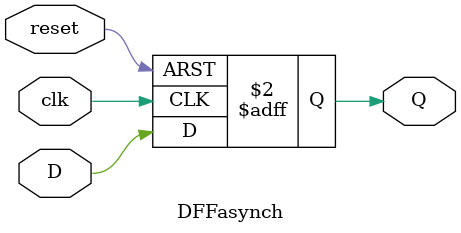
<source format=v>
module DFFasynch(input D, clk, reset, output reg Q);
always @(posedge clk or posedge reset) begin
Q<=0;
if(reset)
Q<=0;
else
Q<=D;
end
endmodule

</source>
